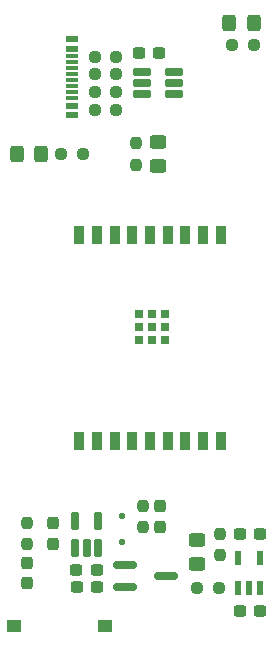
<source format=gbr>
%TF.GenerationSoftware,KiCad,Pcbnew,9.0.2*%
%TF.CreationDate,2025-08-07T13:19:16-06:00*%
%TF.ProjectId,macro devboard ESP32,6d616372-6f20-4646-9576-626f61726420,rev?*%
%TF.SameCoordinates,Original*%
%TF.FileFunction,Paste,Top*%
%TF.FilePolarity,Positive*%
%FSLAX46Y46*%
G04 Gerber Fmt 4.6, Leading zero omitted, Abs format (unit mm)*
G04 Created by KiCad (PCBNEW 9.0.2) date 2025-08-07 13:19:16*
%MOMM*%
%LPD*%
G01*
G04 APERTURE LIST*
G04 Aperture macros list*
%AMRoundRect*
0 Rectangle with rounded corners*
0 $1 Rounding radius*
0 $2 $3 $4 $5 $6 $7 $8 $9 X,Y pos of 4 corners*
0 Add a 4 corners polygon primitive as box body*
4,1,4,$2,$3,$4,$5,$6,$7,$8,$9,$2,$3,0*
0 Add four circle primitives for the rounded corners*
1,1,$1+$1,$2,$3*
1,1,$1+$1,$4,$5*
1,1,$1+$1,$6,$7*
1,1,$1+$1,$8,$9*
0 Add four rect primitives between the rounded corners*
20,1,$1+$1,$2,$3,$4,$5,0*
20,1,$1+$1,$4,$5,$6,$7,0*
20,1,$1+$1,$6,$7,$8,$9,0*
20,1,$1+$1,$8,$9,$2,$3,0*%
G04 Aperture macros list end*
%ADD10RoundRect,0.237500X-0.237500X0.250000X-0.237500X-0.250000X0.237500X-0.250000X0.237500X0.250000X0*%
%ADD11RoundRect,0.237500X0.237500X-0.300000X0.237500X0.300000X-0.237500X0.300000X-0.237500X-0.300000X0*%
%ADD12R,0.558800X1.270000*%
%ADD13RoundRect,0.237500X-0.300000X-0.237500X0.300000X-0.237500X0.300000X0.237500X-0.300000X0.237500X0*%
%ADD14R,0.700000X0.700000*%
%ADD15R,0.900000X1.500000*%
%ADD16RoundRect,0.250000X0.450000X-0.325000X0.450000X0.325000X-0.450000X0.325000X-0.450000X-0.325000X0*%
%ADD17RoundRect,0.237500X-0.237500X0.300000X-0.237500X-0.300000X0.237500X-0.300000X0.237500X0.300000X0*%
%ADD18RoundRect,0.237500X0.250000X0.237500X-0.250000X0.237500X-0.250000X-0.237500X0.250000X-0.237500X0*%
%ADD19RoundRect,0.237500X-0.250000X-0.237500X0.250000X-0.237500X0.250000X0.237500X-0.250000X0.237500X0*%
%ADD20RoundRect,0.237500X0.300000X0.237500X-0.300000X0.237500X-0.300000X-0.237500X0.300000X-0.237500X0*%
%ADD21R,1.250000X1.000000*%
%ADD22RoundRect,0.162500X-0.837500X-0.162500X0.837500X-0.162500X0.837500X0.162500X-0.837500X0.162500X0*%
%ADD23RoundRect,0.237500X0.237500X-0.250000X0.237500X0.250000X-0.237500X0.250000X-0.237500X-0.250000X0*%
%ADD24RoundRect,0.162500X0.617500X0.162500X-0.617500X0.162500X-0.617500X-0.162500X0.617500X-0.162500X0*%
%ADD25R,1.140000X0.600000*%
%ADD26R,1.140000X0.300000*%
%ADD27RoundRect,0.150000X0.150000X-0.650000X0.150000X0.650000X-0.150000X0.650000X-0.150000X-0.650000X0*%
%ADD28RoundRect,0.250000X0.325000X0.450000X-0.325000X0.450000X-0.325000X-0.450000X0.325000X-0.450000X0*%
%ADD29RoundRect,0.250000X-0.325000X-0.450000X0.325000X-0.450000X0.325000X0.450000X-0.325000X0.450000X0*%
%ADD30RoundRect,0.125000X-0.125000X0.125000X-0.125000X-0.125000X0.125000X-0.125000X0.125000X0.125000X0*%
G04 APERTURE END LIST*
D10*
%TO.C,R12*%
X191890000Y-84017500D03*
X191890000Y-85842500D03*
%TD*%
D11*
%TO.C,C5*%
X194110000Y-85797500D03*
X194110000Y-84072500D03*
%TD*%
D12*
%TO.C,U2*%
X209770000Y-89590800D03*
X210709800Y-89590800D03*
X211649600Y-89590800D03*
X211649600Y-87000000D03*
X209770000Y-87000000D03*
%TD*%
D13*
%TO.C,C4*%
X196097500Y-87995000D03*
X197822500Y-87995000D03*
%TD*%
D14*
%TO.C,U1*%
X201420000Y-68540000D03*
X202520000Y-68540000D03*
X203620000Y-68540000D03*
X201420000Y-67440000D03*
X202520000Y-67440000D03*
X203620000Y-67440000D03*
X201420000Y-66340000D03*
X202520000Y-66340000D03*
X203620000Y-66340000D03*
D15*
X196320000Y-77150000D03*
X197820000Y-77150000D03*
X199320000Y-77150000D03*
X200820000Y-77150000D03*
X202320000Y-77150000D03*
X203820000Y-77150000D03*
X205320000Y-77150000D03*
X206820000Y-77150000D03*
X208320000Y-77150000D03*
X208320000Y-59650000D03*
X206820000Y-59650000D03*
X205320000Y-59650000D03*
X203820000Y-59650000D03*
X202320000Y-59650000D03*
X200820000Y-59650000D03*
X199320000Y-59650000D03*
X197820000Y-59650000D03*
X196320000Y-59650000D03*
%TD*%
D13*
%TO.C,C8*%
X209950000Y-91487500D03*
X211675000Y-91487500D03*
%TD*%
D16*
%TO.C,D8*%
X206340000Y-87510000D03*
X206340000Y-85460000D03*
%TD*%
D17*
%TO.C,C6*%
X203210000Y-82645000D03*
X203210000Y-84370000D03*
%TD*%
D13*
%TO.C,C3*%
X196107500Y-89505000D03*
X197832500Y-89505000D03*
%TD*%
D18*
%TO.C,R2*%
X199480000Y-44562500D03*
X197655000Y-44562500D03*
%TD*%
D16*
%TO.C,D10*%
X202970000Y-53842500D03*
X202970000Y-51792500D03*
%TD*%
D19*
%TO.C,R11*%
X209275000Y-43590000D03*
X211100000Y-43590000D03*
%TD*%
D20*
%TO.C,C1*%
X203080000Y-44250000D03*
X201355000Y-44250000D03*
%TD*%
D18*
%TO.C,R5*%
X199472500Y-46072500D03*
X197647500Y-46072500D03*
%TD*%
%TO.C,R4*%
X199472500Y-47572500D03*
X197647500Y-47572500D03*
%TD*%
%TO.C,R1*%
X199475000Y-49082500D03*
X197650000Y-49082500D03*
%TD*%
D21*
%TO.C,SW3*%
X198550000Y-92750000D03*
X190800000Y-92750000D03*
%TD*%
D19*
%TO.C,R13*%
X206340000Y-89600000D03*
X208165000Y-89600000D03*
%TD*%
D20*
%TO.C,C9*%
X211660000Y-84990000D03*
X209935000Y-84990000D03*
%TD*%
D22*
%TO.C,Q1*%
X200240000Y-87612500D03*
X200240000Y-89512500D03*
X203660000Y-88562500D03*
%TD*%
D23*
%TO.C,R14*%
X208210000Y-86805000D03*
X208210000Y-84980000D03*
%TD*%
D10*
%TO.C,R6*%
X201100000Y-51915000D03*
X201100000Y-53740000D03*
%TD*%
%TO.C,R10*%
X201700000Y-82597500D03*
X201700000Y-84422500D03*
%TD*%
D24*
%TO.C,U3*%
X204315000Y-47747500D03*
X204315000Y-46797500D03*
X204315000Y-45847500D03*
X201615000Y-45847500D03*
X201615000Y-46797500D03*
X201615000Y-47747500D03*
%TD*%
D25*
%TO.C,J1*%
X195710000Y-43110000D03*
X195710000Y-43910000D03*
D26*
X195710000Y-45060000D03*
X195710000Y-46060000D03*
X195710000Y-46560000D03*
X195710000Y-47560000D03*
D25*
X195710000Y-49510000D03*
X195710000Y-48710000D03*
D26*
X195710000Y-48060000D03*
X195710000Y-47060000D03*
X195710000Y-45560000D03*
X195710000Y-44560000D03*
%TD*%
D27*
%TO.C,U4*%
X196010000Y-86160000D03*
X196960000Y-86160000D03*
X197910000Y-86160000D03*
X197910000Y-83860000D03*
X196010000Y-83860000D03*
%TD*%
D28*
%TO.C,D9*%
X211100000Y-41740000D03*
X209050000Y-41740000D03*
%TD*%
D11*
%TO.C,C7*%
X191890000Y-89175000D03*
X191890000Y-87450000D03*
%TD*%
D19*
%TO.C,R7*%
X194797500Y-52830000D03*
X196622500Y-52830000D03*
%TD*%
D29*
%TO.C,D12*%
X191057500Y-52810000D03*
X193107500Y-52810000D03*
%TD*%
D30*
%TO.C,D11*%
X199950000Y-83457500D03*
X199950000Y-85657500D03*
%TD*%
M02*

</source>
